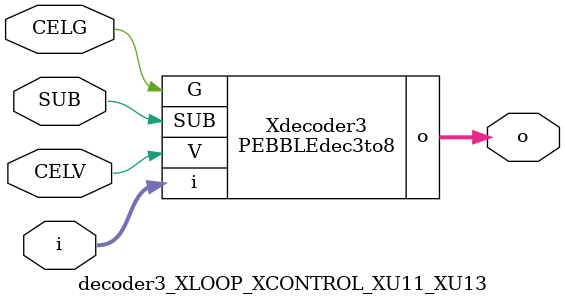
<source format=v>



module PEBBLEdec3to8 ( o, G, V, i, SUB );

  input V;
  input  [2:0] i;
  input G;
  output  [7:0] o;
  input SUB;
endmodule

//Celera Confidential Do Not Copy decoder3_XLOOP_XCONTROL_XU11_XU13
//Celera Confidential Symbol Generator
//DECODER
module decoder3_XLOOP_XCONTROL_XU11_XU13 (CELV,i,o,
CELG,SUB);
input CELV;
input [2:0] i;
output [7:0] o;
input CELG;
input SUB;

//Celera Confidential Do Not Copy Pin i
wire[2:0] i;

//Celera Confidential Do Not Copy Pin o
wire[7:0] o;

//Celera Confidential Do Not Copy PEBBLEdec3to8
PEBBLEdec3to8 Xdecoder3(
.V (CELV),
.i (i[2:0]),
.o (o[7:0]),
.SUB (SUB),
.G (CELG)
);
//,diesize,PEBBLEdec3to8

//Celera Confidential Do Not Copy Module End
//Celera Schematic Generator
endmodule

</source>
